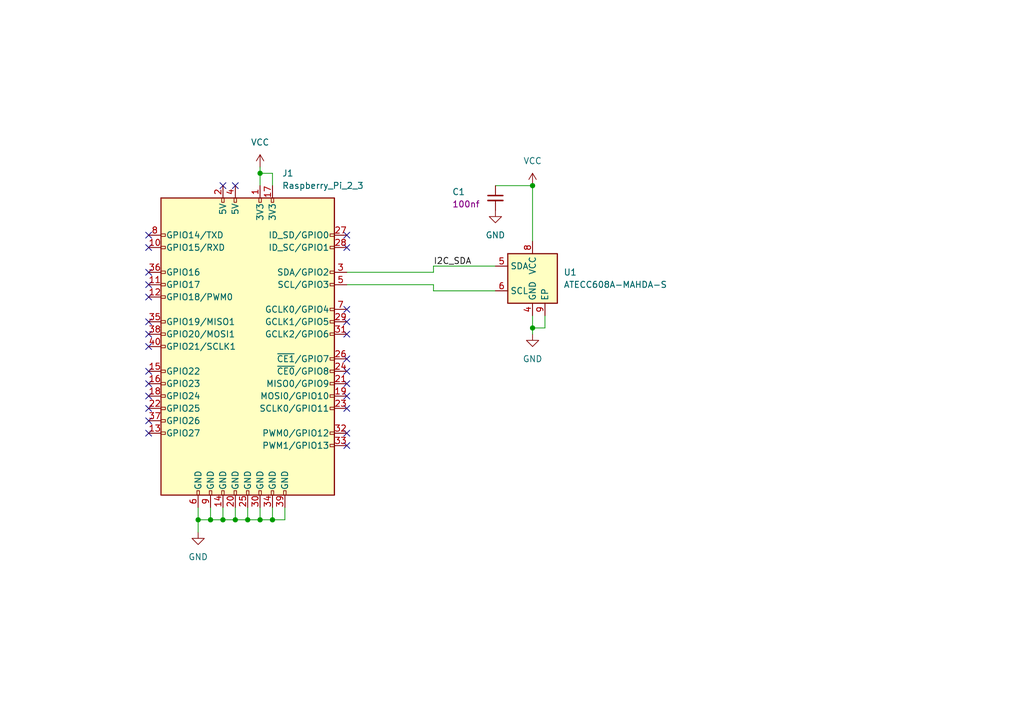
<source format=kicad_sch>
(kicad_sch (version 20230121) (generator eeschema)
  (paper "A5")
  (title_block (title "Nerves Key") (date "2023-07-06") (rev "1") (company "Nerves Project"))
  (lib_symbols
    (symbol "Connector:Raspberry_Pi_2_3" (pin_names (offset 1.016))
      (property "Reference" "J" (at -17.78 31.75 0))
      (property "Value" "Raspberry_Pi_2_3" (at 10.16 -31.75 0))
      (symbol "Raspberry_Pi_2_3_0_1"
        (rectangle (start -17.78 30.48) (end 17.78 -30.48) (stroke (width 0.254)) (fill (type background)))
      )
      (symbol "Raspberry_Pi_2_3_1_1"
        (rectangle (start -16.891 -17.526) (end -17.78 -18.034))
        (rectangle (start -16.891 -14.986) (end -17.78 -15.494))
        (rectangle (start -16.891 -12.446) (end -17.78 -12.954))
        (rectangle (start -16.891 -9.906) (end -17.78 -10.414))
        (rectangle (start -16.891 -7.366) (end -17.78 -7.874))
        (rectangle (start -16.891 -4.826) (end -17.78 -5.334))
        (rectangle (start -16.891 0.254) (end -17.78 -0.254))
        (rectangle (start -16.891 2.794) (end -17.78 2.286))
        (rectangle (start -16.891 5.334) (end -17.78 4.826))
        (rectangle (start -16.891 10.414) (end -17.78 9.906))
        (rectangle (start -16.891 12.954) (end -17.78 12.446))
        (rectangle (start -16.891 15.494) (end -17.78 14.986))
        (rectangle (start -16.891 20.574) (end -17.78 20.066))
        (rectangle (start -16.891 23.114) (end -17.78 22.606))
        (rectangle (start -10.414 -29.591) (end -9.906 -30.48))
        (rectangle (start -7.874 -29.591) (end -7.366 -30.48))
        (rectangle (start -5.334 -29.591) (end -4.826 -30.48))
        (rectangle (start -5.334 30.48) (end -4.826 29.591))
        (rectangle (start -2.794 -29.591) (end -2.286 -30.48))
        (rectangle (start -2.794 30.48) (end -2.286 29.591))
        (rectangle (start -0.254 -29.591) (end 0.254 -30.48))
        (rectangle (start 2.286 -29.591) (end 2.794 -30.48))
        (rectangle (start 2.286 30.48) (end 2.794 29.591))
        (rectangle (start 4.826 -29.591) (end 5.334 -30.48))
        (rectangle (start 4.826 30.48) (end 5.334 29.591))
        (rectangle (start 7.366 -29.591) (end 7.874 -30.48))
        (rectangle (start 17.78 -20.066) (end 16.891 -20.574))
        (rectangle (start 17.78 -17.526) (end 16.891 -18.034))
        (rectangle (start 17.78 -12.446) (end 16.891 -12.954))
        (rectangle (start 17.78 -9.906) (end 16.891 -10.414))
        (rectangle (start 17.78 -7.366) (end 16.891 -7.874))
        (rectangle (start 17.78 -4.826) (end 16.891 -5.334))
        (rectangle (start 17.78 -2.286) (end 16.891 -2.794))
        (rectangle (start 17.78 2.794) (end 16.891 2.286))
        (rectangle (start 17.78 5.334) (end 16.891 4.826))
        (rectangle (start 17.78 7.874) (end 16.891 7.366))
        (rectangle (start 17.78 12.954) (end 16.891 12.446))
        (rectangle (start 17.78 15.494) (end 16.891 14.986))
        (rectangle (start 17.78 20.574) (end 16.891 20.066))
        (rectangle (start 17.78 23.114) (end 16.891 22.606))
        (pin power_in line (at 2.54 33.02 270) (length 2.54) (name "3V3") (number "1"))
        (pin bidirectional line (at -20.32 20.32 0) (length 2.54) (name "GPIO15/RXD") (number "10"))
        (pin bidirectional line (at -20.32 12.7 0) (length 2.54) (name "GPIO17") (number "11"))
        (pin bidirectional line (at -20.32 10.16 0) (length 2.54) (name "GPIO18/PWM0") (number "12"))
        (pin bidirectional line (at -20.32 -17.78 0) (length 2.54) (name "GPIO27") (number "13"))
        (pin power_in line (at -5.08 -33.02 90) (length 2.54) (name "GND") (number "14"))
        (pin bidirectional line (at -20.32 -5.08 0) (length 2.54) (name "GPIO22") (number "15"))
        (pin bidirectional line (at -20.32 -7.62 0) (length 2.54) (name "GPIO23") (number "16"))
        (pin power_in line (at 5.08 33.02 270) (length 2.54) (name "3V3") (number "17"))
        (pin bidirectional line (at -20.32 -10.16 0) (length 2.54) (name "GPIO24") (number "18"))
        (pin bidirectional line (at 20.32 -10.16 180) (length 2.54) (name "MOSI0/GPIO10") (number "19"))
        (pin power_in line (at -5.08 33.02 270) (length 2.54) (name "5V") (number "2"))
        (pin power_in line (at -2.54 -33.02 90) (length 2.54) (name "GND") (number "20"))
        (pin bidirectional line (at 20.32 -7.62 180) (length 2.54) (name "MISO0/GPIO9") (number "21"))
        (pin bidirectional line (at -20.32 -12.7 0) (length 2.54) (name "GPIO25") (number "22"))
        (pin bidirectional line (at 20.32 -12.7 180) (length 2.54) (name "SCLK0/GPIO11") (number "23"))
        (pin bidirectional line (at 20.32 -5.08 180) (length 2.54) (name "~{CE0}/GPIO8") (number "24"))
        (pin power_in line (at 0 -33.02 90) (length 2.54) (name "GND") (number "25"))
        (pin bidirectional line (at 20.32 -2.54 180) (length 2.54) (name "~{CE1}/GPIO7") (number "26"))
        (pin bidirectional line (at 20.32 22.86 180) (length 2.54) (name "ID_SD/GPIO0") (number "27"))
        (pin bidirectional line (at 20.32 20.32 180) (length 2.54) (name "ID_SC/GPIO1") (number "28"))
        (pin bidirectional line (at 20.32 5.08 180) (length 2.54) (name "GCLK1/GPIO5") (number "29"))
        (pin bidirectional line (at 20.32 15.24 180) (length 2.54) (name "SDA/GPIO2") (number "3"))
        (pin power_in line (at 2.54 -33.02 90) (length 2.54) (name "GND") (number "30"))
        (pin bidirectional line (at 20.32 2.54 180) (length 2.54) (name "GCLK2/GPIO6") (number "31"))
        (pin bidirectional line (at 20.32 -17.78 180) (length 2.54) (name "PWM0/GPIO12") (number "32"))
        (pin bidirectional line (at 20.32 -20.32 180) (length 2.54) (name "PWM1/GPIO13") (number "33"))
        (pin power_in line (at 5.08 -33.02 90) (length 2.54) (name "GND") (number "34"))
        (pin bidirectional line (at -20.32 5.08 0) (length 2.54) (name "GPIO19/MISO1") (number "35"))
        (pin bidirectional line (at -20.32 15.24 0) (length 2.54) (name "GPIO16") (number "36"))
        (pin bidirectional line (at -20.32 -15.24 0) (length 2.54) (name "GPIO26") (number "37"))
        (pin bidirectional line (at -20.32 2.54 0) (length 2.54) (name "GPIO20/MOSI1") (number "38"))
        (pin power_in line (at 7.62 -33.02 90) (length 2.54) (name "GND") (number "39"))
        (pin power_in line (at -2.54 33.02 270) (length 2.54) (name "5V") (number "4"))
        (pin bidirectional line (at -20.32 0 0) (length 2.54) (name "GPIO21/SCLK1") (number "40"))
        (pin bidirectional line (at 20.32 12.7 180) (length 2.54) (name "SCL/GPIO3") (number "5"))
        (pin power_in line (at -10.16 -33.02 90) (length 2.54) (name "GND") (number "6"))
        (pin bidirectional line (at 20.32 7.62 180) (length 2.54) (name "GCLK0/GPIO4") (number "7"))
        (pin bidirectional line (at -20.32 22.86 0) (length 2.54) (name "GPIO14/TXD") (number "8"))
        (pin power_in line (at -7.62 -33.02 90) (length 2.54) (name "GND") (number "9"))
      )
    )
    (symbol "LCSC_Capacitor:C_0402_100nf_X7R" (pin_numbers hide) (pin_names (offset 0.254) hide) (in_bom no)
      (property "Reference" "C" (at 0.254 1.778 0))
      (property "Capacitance" "100nf" (at 0 0 0))
      (symbol "C_0402_100nf_X7R_0_1"
        (polyline (pts (xy -1.524 -0.508) (xy 1.524 -0.508)) (stroke (width 0.3302)))
        (polyline (pts (xy -1.524 0.508) (xy 1.524 0.508)) (stroke (width 0.3048)))
      )
      (symbol "C_0402_100nf_X7R_1_1"
        (pin passive line (at 0 2.54 270) (length 2.032) (name "~") (number "1"))
        (pin passive line (at 0 -2.54 90) (length 2.032) (name "~") (number "2"))
      )
    )
    (symbol "Security:ATECC608A-MAHDA"
      (property "Reference" "U" (at 3.81 6.35 0))
      (property "Value" "ATECC608A-MAHDA" (at 10.16 -6.35 0))
      (symbol "ATECC608A-MAHDA_0_1"
        (rectangle (start -5.08 5.08) (end 5.08 -5.08) (stroke (width 0.254)) (fill (type background)))
      )
      (symbol "ATECC608A-MAHDA_1_1"
        (pin no_connect line (at -5.08 2.54 0) (length 2.54) hide (name "NC") (number "1"))
        (pin no_connect line (at -5.08 0 0) (length 2.54) hide (name "NC") (number "2"))
        (pin no_connect line (at -5.08 -2.54 0) (length 2.54) hide (name "NC") (number "3"))
        (pin power_in line (at 0 -7.62 90) (length 2.54) (name "GND") (number "4"))
        (pin bidirectional line (at 7.62 2.54 180) (length 2.54) (name "SDA") (number "5"))
        (pin input line (at 7.62 -2.54 180) (length 2.54) (name "SCL") (number "6"))
        (pin no_connect line (at 5.08 0 180) (length 2.54) hide (name "NC") (number "7"))
        (pin power_in line (at 0 7.62 270) (length 2.54) (name "VCC") (number "8"))
        (pin input line (at -2.54 -7.62 90) (length 2.54) (name "EP") (number "9"))
      )
    )
    (symbol "power:GND" (power) (pin_names (offset 0))
      (property "Value" "GND" (at 0 -3.81 0))
      (symbol "GND_0_1"
        (polyline (pts (xy 0 0) (xy 0 -1.27) (xy 1.27 -1.27) (xy 0 -2.54) (xy -1.27 -1.27) (xy 0 -1.27)))
      )
      (symbol "GND_1_1"
        (pin power_in line (at 0 0 270) (length 0) hide (name "GND") (number "1"))
      )
    )
    (symbol "power:VCC" (power) (pin_names (offset 0))
      (property "Value" "VCC" (at 0 3.81 0))
      (symbol "VCC_0_1"
        (polyline (pts (xy -0.762 1.27) (xy 0 2.54)))
        (polyline (pts (xy 0 0) (xy 0 2.54)))
        (polyline (pts (xy 0 2.54) (xy 0.762 1.27)))
      )
      (symbol "VCC_1_1"
        (pin power_in line (at 0 0 90) (length 0) hide (name "VCC") (number "1"))
      )
    )
  )
  (junction (at 109.22 67.31))
  (junction (at 109.22 38.1))
  (junction (at 50.8 106.68))
  (junction (at 53.34 106.68))
  (junction (at 43.18 106.68))
  (junction (at 40.64 106.68))
  (junction (at 55.88 106.68))
  (junction (at 53.34 35.56))
  (junction (at 48.26 106.68))
  (junction (at 45.72 106.68))
  (no_connect (at 30.48 78.74))
  (no_connect (at 71.12 88.9))
  (no_connect (at 30.48 68.58))
  (no_connect (at 45.72 38.1))
  (no_connect (at 71.12 66.04))
  (no_connect (at 30.48 60.96))
  (no_connect (at 71.12 50.8))
  (no_connect (at 71.12 83.82))
  (no_connect (at 71.12 63.5))
  (no_connect (at 30.48 71.12))
  (no_connect (at 30.48 66.04))
  (no_connect (at 30.48 55.88))
  (no_connect (at 71.12 73.66))
  (no_connect (at 71.12 78.74))
  (no_connect (at 30.48 50.8))
  (no_connect (at 71.12 91.44))
  (no_connect (at 71.12 48.26))
  (no_connect (at 48.26 38.1))
  (no_connect (at 30.48 81.28))
  (no_connect (at 71.12 81.28))
  (no_connect (at 30.48 88.9))
  (no_connect (at 71.12 68.58))
  (no_connect (at 30.48 83.82))
  (no_connect (at 30.48 76.2))
  (no_connect (at 30.48 86.36))
  (no_connect (at 30.48 58.42))
  (no_connect (at 71.12 76.2))
  (no_connect (at 30.48 48.26))
  (wire (pts (xy 101.6 38.1) (xy 109.22 38.1)))
  (wire (pts (xy 88.9 58.42) (xy 88.9 59.69)))
  (wire (pts (xy 48.26 104.14) (xy 48.26 106.68)))
  (wire (pts (xy 71.12 58.42) (xy 88.9 58.42)))
  (wire (pts (xy 55.88 35.56) (xy 55.88 38.1)))
  (wire (pts (xy 58.42 106.68) (xy 58.42 104.14)))
  (wire (pts (xy 53.34 35.56) (xy 55.88 35.56)))
  (wire (pts (xy 45.72 104.14) (xy 45.72 106.68)))
  (wire (pts (xy 109.22 67.31) (xy 111.76 67.31)))
  (wire (pts (xy 88.9 55.88) (xy 88.9 54.61)))
  (wire (pts (xy 55.88 106.68) (xy 58.42 106.68)))
  (wire (pts (xy 48.26 106.68) (xy 50.8 106.68)))
  (wire (pts (xy 109.22 67.31) (xy 109.22 68.58)))
  (wire (pts (xy 109.22 64.77) (xy 109.22 67.31)))
  (wire (pts (xy 40.64 104.14) (xy 40.64 106.68)))
  (wire (pts (xy 43.18 104.14) (xy 43.18 106.68)))
  (wire (pts (xy 50.8 104.14) (xy 50.8 106.68)))
  (wire (pts (xy 53.34 106.68) (xy 55.88 106.68)))
  (wire (pts (xy 43.18 106.68) (xy 45.72 106.68)))
  (wire (pts (xy 88.9 59.69) (xy 101.6 59.69)))
  (wire (pts (xy 40.64 106.68) (xy 43.18 106.68)))
  (wire (pts (xy 53.34 35.56) (xy 53.34 38.1)))
  (wire (pts (xy 45.72 106.68) (xy 48.26 106.68)))
  (wire (pts (xy 40.64 106.68) (xy 40.64 109.22)))
  (wire (pts (xy 88.9 54.61) (xy 101.6 54.61)))
  (wire (pts (xy 111.76 67.31) (xy 111.76 64.77)))
  (wire (pts (xy 55.88 104.14) (xy 55.88 106.68)))
  (wire (pts (xy 50.8 106.68) (xy 53.34 106.68)))
  (wire (pts (xy 71.12 55.88) (xy 88.9 55.88)))
  (wire (pts (xy 109.22 38.1) (xy 109.22 49.53)))
  (wire (pts (xy 53.34 34.29) (xy 53.34 35.56)))
  (wire (pts (xy 53.34 104.14) (xy 53.34 106.68)))
  (label "I2C_SDA" (at 88.9 54.61 0) (property "Netclass" "Default" (effects hide)))
  (symbol (lib_id "power:GND") (at 40.64 109.22 0) (unit 1)
    (property "Reference" "#PWR01" (effects hide))
    (property "Value" "GND" (at 40.64 114.3 0))
  )
  (symbol (lib_id "power:GND") (at 101.6 43.18 0) (unit 1)
    (property "Reference" "#PWR04" (effects hide))
    (property "Value" "GND" (at 101.6 48.26 0))
  )
  (symbol (lib_id "Security:ATECC608A-MAHDA") (at 109.22 57.15 0) (mirror y) (unit 1)
    (property "Reference" "U1" (at 115.57 55.88 0) (effects (justify right)))
    (property "Value" "ATECC608A-MAHDA-S" (at 115.57 58.42 0) (effects (justify right)))
    (property "Footprint" "Package_DFN_QFN:DFN-8-1EP_3x2mm_P0.5mm_EP1.3x1.5mm" (effects hide))
    (property "Datasheet" "http://ww1.microchip.com/downloads/en/DeviceDoc/ATECC608A-CryptoAuthentication-Device-Summary-Data-Sheet-DS40001977B.pdf" (effects hide))
    (property "LCSC" "C616908" (effects hide))
  )
  (symbol (lib_id "LCSC_Capacitor:C_0402_100nf_X7R") (at 101.6 40.64 0) (unit 1) (in_bom no)
    (property "Reference" "C1" (at 92.71 39.37 0) (effects (justify left)))
    (property "Value" "C_0402_100nf_X7R" (effects hide))
    (property "Footprint" "Capacitor_SMD:C_0603_1608Metric" (effects hide))
    (property "Datasheet" "https://datasheet.lcsc.com/lcsc/2211101700_YAGEO-CC0603KRX7R9BB104_C14663.pdf" (effects hide))
    (property "MPN" "CC0603KRX7R9BB104" (effects hide))
    (property "LCSC" "C14663" (effects hide))
    (property "Capacitance" "100nf" (at 92.71 41.91 0) (effects (justify left)))
    (property "Voltage" "50V" (effects hide))
    (property "Temperature" "X7R" (effects hide))
  )
  (symbol (lib_id "power:GND") (at 109.22 68.58 0) (unit 1)
    (property "Reference" "#PWR05" (effects hide))
    (property "Value" "GND" (at 109.22 73.66 0))
  )
  (symbol (lib_id "Connector:Raspberry_Pi_2_3") (at 50.8 71.12 0) (unit 1) (in_bom no)
    (property "Reference" "J1" (at 57.8359 35.56 0) (effects (justify left)))
    (property "Value" "Raspberry_Pi_2_3" (at 57.8359 38.1 0) (effects (justify left)))
    (property "Footprint" "Connector_PinHeader_2.54mm:PinHeader_2x20_P2.54mm_Vertical" (effects hide))
    (property "Datasheet" "https://www.raspberrypi.org/documentation/hardware/raspberrypi/schematics/rpi_SCH_3bplus_1p0_reduced.pdf" (effects hide))
  )
  (symbol (lib_id "power:VCC") (at 53.34 34.29 0) (unit 1)
    (property "Reference" "#PWR02" (effects hide))
    (property "Value" "VCC" (at 53.34 29.21 0))
  )
  (symbol (lib_id "power:VCC") (at 109.22 38.1 0) (unit 1)
    (property "Reference" "#PWR03" (effects hide))
    (property "Value" "VCC" (at 109.22 33.02 0))
  )
)
</source>
